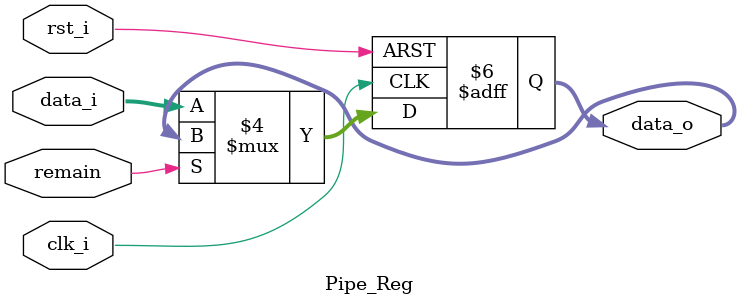
<source format=v>
module Pipe_Reg(
        rst_i,
		clk_i,
		data_i,
		remain,
		data_o
	);

parameter size = 0;
input                    rst_i;
input                    clk_i;		
input							 remain;  
input      [size-1: 0] data_i;
output reg [size-1: 0] data_o;
	  
always @(posedge clk_i or negedge  rst_i) begin
	 if( rst_i == 0) data_o <= 0;
	 else if (remain ) data_o <= data_o;
     else data_o <= data_i;
end

endmodule	
</source>
